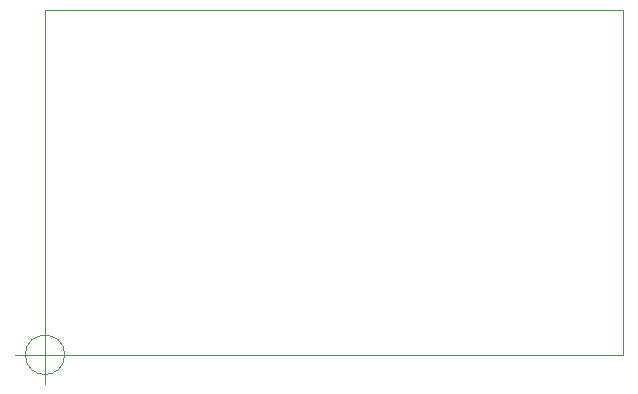
<source format=gbr>
G04 #@! TF.GenerationSoftware,KiCad,Pcbnew,(5.1.5)-3*
G04 #@! TF.CreationDate,2020-02-27T09:45:15+00:00*
G04 #@! TF.ProjectId,fast_diode_pcb,66617374-5f64-4696-9f64-655f7063622e,rev?*
G04 #@! TF.SameCoordinates,Original*
G04 #@! TF.FileFunction,Profile,NP*
%FSLAX46Y46*%
G04 Gerber Fmt 4.6, Leading zero omitted, Abs format (unit mm)*
G04 Created by KiCad (PCBNEW (5.1.5)-3) date 2020-02-27 09:45:15*
%MOMM*%
%LPD*%
G04 APERTURE LIST*
%ADD10C,0.050000*%
G04 APERTURE END LIST*
D10*
X106680000Y-114935000D02*
X106680000Y-114300000D01*
X106680000Y-116205000D02*
X106680000Y-114935000D01*
X155575000Y-116205000D02*
X106680000Y-116205000D01*
X155575000Y-86995000D02*
X155575000Y-116205000D01*
X106680000Y-86995000D02*
X155575000Y-86995000D01*
X108346666Y-116205000D02*
G75*
G03X108346666Y-116205000I-1666666J0D01*
G01*
X104180000Y-116205000D02*
X109180000Y-116205000D01*
X106680000Y-113705000D02*
X106680000Y-118705000D01*
X106680000Y-115570000D02*
X106680000Y-116205000D01*
X106680000Y-115570000D02*
X106680000Y-86995000D01*
M02*

</source>
